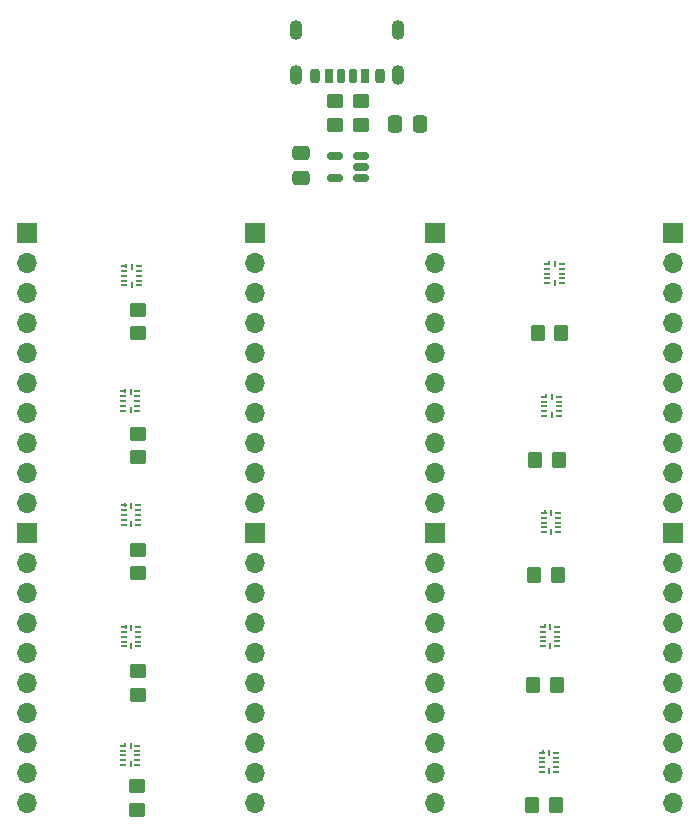
<source format=gts>
G04 #@! TF.GenerationSoftware,KiCad,Pcbnew,8.0.1*
G04 #@! TF.CreationDate,2025-01-27T18:08:07-06:00*
G04 #@! TF.ProjectId,level-shifter,6c657665-6c2d-4736-9869-667465722e6b,rev?*
G04 #@! TF.SameCoordinates,Original*
G04 #@! TF.FileFunction,Soldermask,Top*
G04 #@! TF.FilePolarity,Negative*
%FSLAX46Y46*%
G04 Gerber Fmt 4.6, Leading zero omitted, Abs format (unit mm)*
G04 Created by KiCad (PCBNEW 8.0.1) date 2025-01-27 18:08:07*
%MOMM*%
%LPD*%
G01*
G04 APERTURE LIST*
G04 Aperture macros list*
%AMRoundRect*
0 Rectangle with rounded corners*
0 $1 Rounding radius*
0 $2 $3 $4 $5 $6 $7 $8 $9 X,Y pos of 4 corners*
0 Add a 4 corners polygon primitive as box body*
4,1,4,$2,$3,$4,$5,$6,$7,$8,$9,$2,$3,0*
0 Add four circle primitives for the rounded corners*
1,1,$1+$1,$2,$3*
1,1,$1+$1,$4,$5*
1,1,$1+$1,$6,$7*
1,1,$1+$1,$8,$9*
0 Add four rect primitives between the rounded corners*
20,1,$1+$1,$2,$3,$4,$5,0*
20,1,$1+$1,$4,$5,$6,$7,0*
20,1,$1+$1,$6,$7,$8,$9,0*
20,1,$1+$1,$8,$9,$2,$3,0*%
G04 Aperture macros list end*
%ADD10R,1.700000X1.700000*%
%ADD11O,1.700000X1.700000*%
%ADD12RoundRect,0.250000X0.450000X-0.350000X0.450000X0.350000X-0.450000X0.350000X-0.450000X-0.350000X0*%
%ADD13R,0.500000X0.200000*%
%ADD14R,0.199200X0.303200*%
%ADD15R,0.252400X0.500000*%
%ADD16RoundRect,0.250000X-0.350000X-0.450000X0.350000X-0.450000X0.350000X0.450000X-0.350000X0.450000X0*%
%ADD17RoundRect,0.250000X0.475000X-0.337500X0.475000X0.337500X-0.475000X0.337500X-0.475000X-0.337500X0*%
%ADD18RoundRect,0.150000X0.512500X0.150000X-0.512500X0.150000X-0.512500X-0.150000X0.512500X-0.150000X0*%
%ADD19RoundRect,0.250000X-0.450000X0.350000X-0.450000X-0.350000X0.450000X-0.350000X0.450000X0.350000X0*%
%ADD20RoundRect,0.175000X0.175000X0.425000X-0.175000X0.425000X-0.175000X-0.425000X0.175000X-0.425000X0*%
%ADD21RoundRect,0.190000X-0.190000X-0.410000X0.190000X-0.410000X0.190000X0.410000X-0.190000X0.410000X0*%
%ADD22RoundRect,0.200000X-0.200000X-0.400000X0.200000X-0.400000X0.200000X0.400000X-0.200000X0.400000X0*%
%ADD23RoundRect,0.175000X-0.175000X-0.425000X0.175000X-0.425000X0.175000X0.425000X-0.175000X0.425000X0*%
%ADD24RoundRect,0.190000X0.190000X0.410000X-0.190000X0.410000X-0.190000X-0.410000X0.190000X-0.410000X0*%
%ADD25RoundRect,0.200000X0.200000X0.400000X-0.200000X0.400000X-0.200000X-0.400000X0.200000X-0.400000X0*%
%ADD26O,1.100000X1.700000*%
%ADD27RoundRect,0.250000X-0.337500X-0.475000X0.337500X-0.475000X0.337500X0.475000X-0.337500X0.475000X0*%
G04 APERTURE END LIST*
D10*
X175400000Y-91475000D03*
D11*
X175400000Y-94015000D03*
X175400000Y-96555000D03*
X175400000Y-99095000D03*
X175400000Y-101635000D03*
X175400000Y-104175000D03*
X175400000Y-106715000D03*
X175400000Y-109255000D03*
X175400000Y-111795000D03*
X175400000Y-114335000D03*
D12*
X130100000Y-85100000D03*
X130100000Y-83100000D03*
D13*
X128932800Y-99480800D03*
D14*
X129083200Y-99429200D03*
D13*
X128932800Y-99887200D03*
X128932800Y-100293600D03*
X128932800Y-100700000D03*
X128932800Y-101106400D03*
D15*
X129566600Y-101055600D03*
D13*
X130150000Y-101106400D03*
X130150000Y-100700000D03*
X130150000Y-100293600D03*
X130150000Y-99887200D03*
X130150000Y-99480800D03*
D15*
X129565800Y-99506200D03*
D16*
X163750000Y-85300000D03*
X165750000Y-85300000D03*
D10*
X175400000Y-66075000D03*
D11*
X175400000Y-68615000D03*
X175400000Y-71155000D03*
X175400000Y-73695000D03*
X175400000Y-76235000D03*
X175400000Y-78775000D03*
X175400000Y-81315000D03*
X175400000Y-83855000D03*
X175400000Y-86395000D03*
X175400000Y-88935000D03*
D13*
X164767000Y-68724600D03*
D14*
X164917400Y-68673000D03*
D13*
X164767000Y-69131000D03*
X164767000Y-69537400D03*
X164767000Y-69943800D03*
X164767000Y-70350200D03*
D15*
X165400800Y-70299400D03*
D13*
X165984200Y-70350200D03*
X165984200Y-69943800D03*
X165984200Y-69537400D03*
X165984200Y-69131000D03*
X165984200Y-68724600D03*
D15*
X165400000Y-68750000D03*
D16*
X163600000Y-104400000D03*
X165600000Y-104400000D03*
D17*
X143900000Y-61437500D03*
X143900000Y-59362500D03*
D18*
X149037500Y-61462500D03*
X149037500Y-60512500D03*
X149037500Y-59562500D03*
X146762500Y-59562500D03*
X146762500Y-61462500D03*
D10*
X120700000Y-66075000D03*
D11*
X120700000Y-68615000D03*
X120700000Y-71155000D03*
X120700000Y-73695000D03*
X120700000Y-76235000D03*
X120700000Y-78775000D03*
X120700000Y-81315000D03*
X120700000Y-83855000D03*
X120700000Y-86395000D03*
X120700000Y-88935000D03*
D13*
X164413550Y-99461800D03*
D14*
X164563950Y-99410200D03*
D13*
X164413550Y-99868200D03*
X164413550Y-100274600D03*
X164413550Y-100681000D03*
X164413550Y-101087400D03*
D15*
X165047350Y-101036600D03*
D13*
X165630750Y-101087400D03*
X165630750Y-100681000D03*
X165630750Y-100274600D03*
X165630750Y-99868200D03*
X165630750Y-99461800D03*
D15*
X165046550Y-99487200D03*
D16*
X163950000Y-74550000D03*
X165950000Y-74550000D03*
D19*
X149000000Y-54950000D03*
X149000000Y-56950000D03*
D13*
X164513550Y-79961800D03*
D14*
X164663950Y-79910200D03*
D13*
X164513550Y-80368200D03*
X164513550Y-80774600D03*
X164513550Y-81181000D03*
X164513550Y-81587400D03*
D15*
X165147350Y-81536600D03*
D13*
X165730750Y-81587400D03*
X165730750Y-81181000D03*
X165730750Y-80774600D03*
X165730750Y-80368200D03*
X165730750Y-79961800D03*
D15*
X165146550Y-79987200D03*
D13*
X164463550Y-89811800D03*
D14*
X164613950Y-89760200D03*
D13*
X164463550Y-90218200D03*
X164463550Y-90624600D03*
X164463550Y-91031000D03*
X164463550Y-91437400D03*
D15*
X165097350Y-91386600D03*
D13*
X165680750Y-91437400D03*
X165680750Y-91031000D03*
X165680750Y-90624600D03*
X165680750Y-90218200D03*
X165680750Y-89811800D03*
D15*
X165096550Y-89837200D03*
D12*
X130100000Y-105200000D03*
X130100000Y-103200000D03*
D13*
X128913550Y-89161800D03*
D14*
X129063950Y-89110200D03*
D13*
X128913550Y-89568200D03*
X128913550Y-89974600D03*
X128913550Y-90381000D03*
X128913550Y-90787400D03*
D15*
X129547350Y-90736600D03*
D13*
X130130750Y-90787400D03*
X130130750Y-90381000D03*
X130130750Y-89974600D03*
X130130750Y-89568200D03*
X130130750Y-89161800D03*
D15*
X129546550Y-89187200D03*
D13*
X128863550Y-109511800D03*
D14*
X129013950Y-109460200D03*
D13*
X128863550Y-109918200D03*
X128863550Y-110324600D03*
X128863550Y-110731000D03*
X128863550Y-111137400D03*
D15*
X129497350Y-111086600D03*
D13*
X130080750Y-111137400D03*
X130080750Y-110731000D03*
X130080750Y-110324600D03*
X130080750Y-109918200D03*
X130080750Y-109511800D03*
D15*
X129496550Y-109537200D03*
D20*
X148350000Y-52780000D03*
D21*
X146330000Y-52780000D03*
D22*
X145100000Y-52780000D03*
D23*
X147350000Y-52780000D03*
D24*
X149370000Y-52780000D03*
D25*
X150600000Y-52780000D03*
D26*
X152170000Y-52700000D03*
X152170000Y-48900000D03*
X143530000Y-52700000D03*
X143530000Y-48900000D03*
D12*
X130050000Y-114950000D03*
X130050000Y-112950000D03*
D27*
X151912500Y-56900000D03*
X153987500Y-56900000D03*
D12*
X130100000Y-94900000D03*
X130100000Y-92900000D03*
D13*
X164289200Y-110115600D03*
D14*
X164439600Y-110064000D03*
D13*
X164289200Y-110522000D03*
X164289200Y-110928400D03*
X164289200Y-111334800D03*
X164289200Y-111741200D03*
D15*
X164923000Y-111690400D03*
D13*
X165506400Y-111741200D03*
X165506400Y-111334800D03*
X165506400Y-110928400D03*
X165506400Y-110522000D03*
X165506400Y-110115600D03*
D15*
X164922200Y-110141000D03*
D13*
X128963550Y-68911800D03*
D14*
X129113950Y-68860200D03*
D13*
X128963550Y-69318200D03*
X128963550Y-69724600D03*
X128963550Y-70131000D03*
X128963550Y-70537400D03*
D15*
X129597350Y-70486600D03*
D13*
X130180750Y-70537400D03*
X130180750Y-70131000D03*
X130180750Y-69724600D03*
X130180750Y-69318200D03*
X130180750Y-68911800D03*
D15*
X129596550Y-68937200D03*
D13*
X128863550Y-79511800D03*
D14*
X129013950Y-79460200D03*
D13*
X128863550Y-79918200D03*
X128863550Y-80324600D03*
X128863550Y-80731000D03*
X128863550Y-81137400D03*
D15*
X129497350Y-81086600D03*
D13*
X130080750Y-81137400D03*
X130080750Y-80731000D03*
X130080750Y-80324600D03*
X130080750Y-79918200D03*
X130080750Y-79511800D03*
D15*
X129496550Y-79537200D03*
D12*
X130150000Y-74600000D03*
X130150000Y-72600000D03*
D16*
X163500000Y-114500000D03*
X165500000Y-114500000D03*
D10*
X120700000Y-91475000D03*
D11*
X120700000Y-94015000D03*
X120700000Y-96555000D03*
X120700000Y-99095000D03*
X120700000Y-101635000D03*
X120700000Y-104175000D03*
X120700000Y-106715000D03*
X120700000Y-109255000D03*
X120700000Y-111795000D03*
X120700000Y-114335000D03*
D19*
X146800000Y-54950000D03*
X146800000Y-56950000D03*
D16*
X163650000Y-95050000D03*
X165650000Y-95050000D03*
D10*
X155240000Y-91475000D03*
D11*
X155240000Y-94015000D03*
X155240000Y-96555000D03*
X155240000Y-99095000D03*
X155240000Y-101635000D03*
X155240000Y-104175000D03*
X155240000Y-106715000D03*
X155240000Y-109255000D03*
X155240000Y-111795000D03*
X155240000Y-114335000D03*
D10*
X155240000Y-66075000D03*
D11*
X155240000Y-68615000D03*
X155240000Y-71155000D03*
X155240000Y-73695000D03*
X155240000Y-76235000D03*
X155240000Y-78775000D03*
X155240000Y-81315000D03*
X155240000Y-83855000D03*
X155240000Y-86395000D03*
X155240000Y-88935000D03*
D10*
X140000000Y-91475000D03*
D11*
X140000000Y-94015000D03*
X140000000Y-96555000D03*
X140000000Y-99095000D03*
X140000000Y-101635000D03*
X140000000Y-104175000D03*
X140000000Y-106715000D03*
X140000000Y-109255000D03*
X140000000Y-111795000D03*
X140000000Y-114335000D03*
D10*
X140000000Y-66075000D03*
D11*
X140000000Y-68615000D03*
X140000000Y-71155000D03*
X140000000Y-73695000D03*
X140000000Y-76235000D03*
X140000000Y-78775000D03*
X140000000Y-81315000D03*
X140000000Y-83855000D03*
X140000000Y-86395000D03*
X140000000Y-88935000D03*
M02*

</source>
